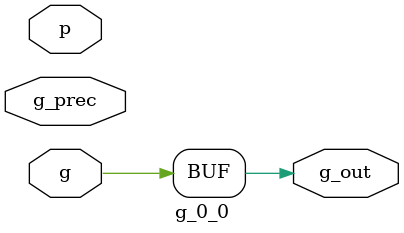
<source format=v>
module g_0_0 ( g, p, g_prec, g_out );
  input g, p, g_prec;
  output g_out;
  wire   g;
  assign g_out = g;
endmodule
</source>
